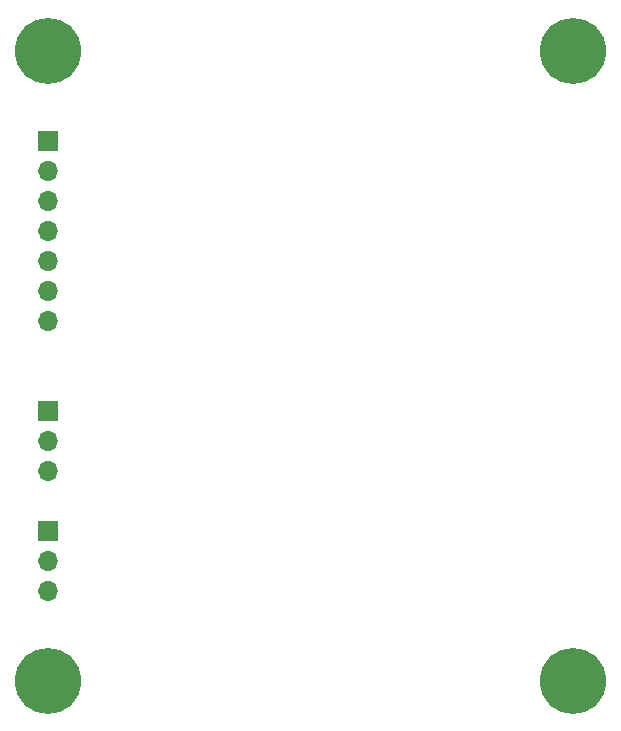
<source format=gbs>
G04 #@! TF.GenerationSoftware,KiCad,Pcbnew,6.0.1-79c1e3a40b~116~ubuntu20.04.1*
G04 #@! TF.CreationDate,2022-02-10T07:58:21-05:00*
G04 #@! TF.ProjectId,led_breakout,6c65645f-6272-4656-916b-6f75742e6b69,0*
G04 #@! TF.SameCoordinates,Original*
G04 #@! TF.FileFunction,Soldermask,Bot*
G04 #@! TF.FilePolarity,Negative*
%FSLAX46Y46*%
G04 Gerber Fmt 4.6, Leading zero omitted, Abs format (unit mm)*
G04 Created by KiCad (PCBNEW 6.0.1-79c1e3a40b~116~ubuntu20.04.1) date 2022-02-10 07:58:21*
%MOMM*%
%LPD*%
G01*
G04 APERTURE LIST*
%ADD10C,5.600000*%
%ADD11O,1.700000X1.700000*%
%ADD12R,1.700000X1.700000*%
G04 APERTURE END LIST*
D10*
X153670001Y-86360001D03*
X153670001Y-33020001D03*
X109220000Y-33020000D03*
X109220001Y-86360001D03*
D11*
X109220000Y-55880000D03*
X109220000Y-53340000D03*
X109220000Y-50800000D03*
X109220000Y-48260000D03*
X109220000Y-45720000D03*
X109220000Y-43180000D03*
D12*
X109220000Y-40640000D03*
D11*
X109220000Y-68580000D03*
X109220000Y-66040000D03*
D12*
X109220000Y-63500000D03*
D11*
X109220000Y-78740000D03*
X109220000Y-76200000D03*
D12*
X109220000Y-73660000D03*
M02*

</source>
